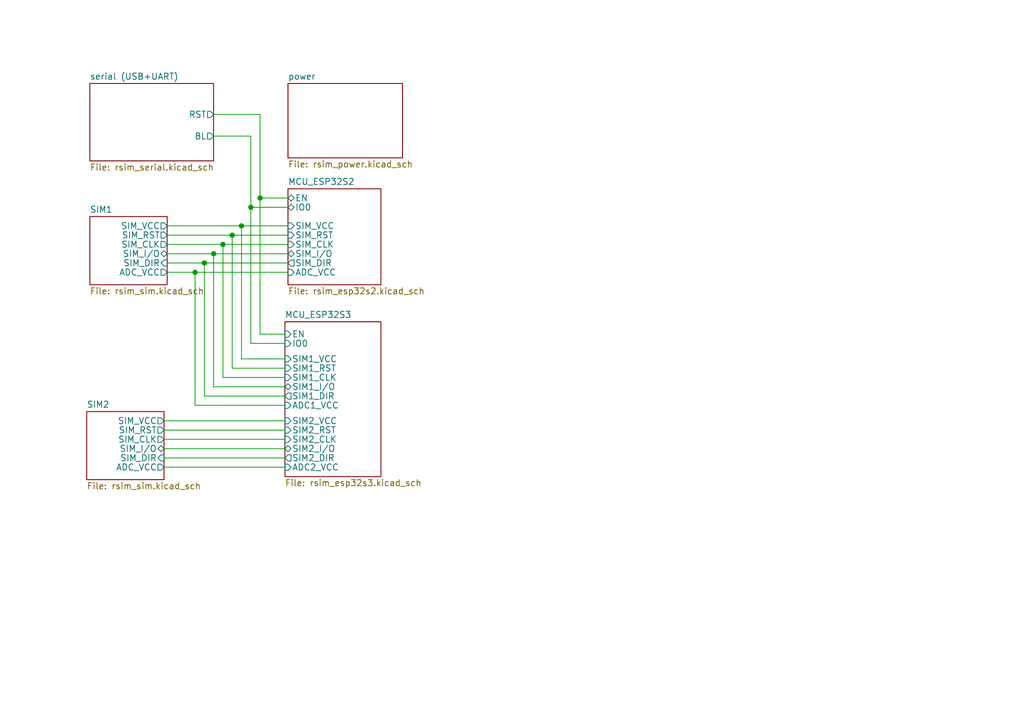
<source format=kicad_sch>
(kicad_sch (version 20230121) (generator eeschema)
  (paper "A5")
  (title_block (title "rSIM") (date "$date$") (rev "$version$.$revision$") (company "CuVoodoo") (comment 1 "King Kévin") (comment 2 "CERN-OHL-S") (comment 3 "overview"))
  (lib_symbols)
  (junction (at 41.91 53.975))
  (junction (at 51.435 42.545))
  (junction (at 49.53 46.355))
  (junction (at 47.625 48.26))
  (junction (at 53.34 40.64))
  (junction (at 45.72 50.165))
  (junction (at 43.815 52.07))
  (junction (at 40.005 55.88))
  (wire (pts (xy 49.53 46.355) (xy 49.53 73.66)))
  (wire (pts (xy 43.815 23.495) (xy 53.34 23.495)))
  (wire (pts (xy 40.005 83.185) (xy 58.42 83.185)))
  (wire (pts (xy 43.815 52.07) (xy 59.055 52.07)))
  (wire (pts (xy 33.655 90.17) (xy 58.42 90.17)))
  (wire (pts (xy 40.005 55.88) (xy 59.055 55.88)))
  (wire (pts (xy 59.055 42.545) (xy 51.435 42.545)))
  (wire (pts (xy 51.435 27.94) (xy 43.815 27.94)))
  (wire (pts (xy 34.29 55.88) (xy 40.005 55.88)))
  (wire (pts (xy 58.42 77.47) (xy 45.72 77.47)))
  (wire (pts (xy 43.815 79.375) (xy 43.815 52.07)))
  (wire (pts (xy 47.625 75.565) (xy 47.625 48.26)))
  (wire (pts (xy 58.42 81.28) (xy 41.91 81.28)))
  (wire (pts (xy 34.29 50.165) (xy 45.72 50.165)))
  (wire (pts (xy 34.29 48.26) (xy 47.625 48.26)))
  (wire (pts (xy 51.435 42.545) (xy 51.435 27.94)))
  (wire (pts (xy 33.655 93.98) (xy 58.42 93.98)))
  (wire (pts (xy 58.42 79.375) (xy 43.815 79.375)))
  (wire (pts (xy 53.34 40.64) (xy 53.34 68.58)))
  (wire (pts (xy 41.91 81.28) (xy 41.91 53.975)))
  (wire (pts (xy 51.435 70.485) (xy 58.42 70.485)))
  (wire (pts (xy 33.655 92.075) (xy 58.42 92.075)))
  (wire (pts (xy 34.29 46.355) (xy 49.53 46.355)))
  (wire (pts (xy 34.29 53.975) (xy 41.91 53.975)))
  (wire (pts (xy 49.53 73.66) (xy 58.42 73.66)))
  (wire (pts (xy 58.42 75.565) (xy 47.625 75.565)))
  (wire (pts (xy 53.34 40.64) (xy 59.055 40.64)))
  (wire (pts (xy 53.34 68.58) (xy 58.42 68.58)))
  (wire (pts (xy 33.655 88.265) (xy 58.42 88.265)))
  (wire (pts (xy 47.625 48.26) (xy 59.055 48.26)))
  (wire (pts (xy 34.29 52.07) (xy 43.815 52.07)))
  (wire (pts (xy 49.53 46.355) (xy 59.055 46.355)))
  (wire (pts (xy 45.72 77.47) (xy 45.72 50.165)))
  (wire (pts (xy 40.005 55.88) (xy 40.005 83.185)))
  (wire (pts (xy 33.655 95.885) (xy 58.42 95.885)))
  (wire (pts (xy 33.655 86.36) (xy 58.42 86.36)))
  (wire (pts (xy 41.91 53.975) (xy 59.055 53.975)))
  (wire (pts (xy 45.72 50.165) (xy 59.055 50.165)))
  (wire (pts (xy 51.435 42.545) (xy 51.435 70.485)))
  (wire (pts (xy 53.34 23.495) (xy 53.34 40.64)))
  (sheet (at 18.415 44.45) (size 15.875 13.97) (stroke (width 0.1524))
    (property "Sheetname" "SIM1" (at 18.415 43.7384 0) (effects (justify left bottom)))
    (property "Sheetfile" "rsim_sim.kicad_sch" (at 18.415 59.0046 0) (effects (justify left top)))
    (pin "SIM_RST" output (at 34.29 48.26 0))
    (pin "SIM_CLK" output (at 34.29 50.165 0))
    (pin "SIM_VCC" output (at 34.29 46.355 0))
    (pin "SIM_DIR" input (at 34.29 53.975 0))
    (pin "SIM_I{slash}O" bidirectional (at 34.29 52.07 0))
    (pin "ADC_VCC" output (at 34.29 55.88 0))
  )
  (sheet (at 58.42 66.04) (size 19.685 31.75) (stroke (width 0.1524))
    (property "Sheetname" "MCU_ESP32S3" (at 58.42 65.3284 0) (effects (justify left bottom)))
    (property "Sheetfile" "rsim_esp32s3.kicad_sch" (at 58.42 98.3746 0) (effects (justify left top)))
    (pin "SIM2_CLK" input (at 58.42 90.17 180))
    (pin "SIM2_DIR" output (at 58.42 93.98 180))
    (pin "SIM2_I{slash}O" bidirectional (at 58.42 92.075 180))
    (pin "SIM2_RST" input (at 58.42 88.265 180))
    (pin "SIM1_CLK" input (at 58.42 77.47 180))
    (pin "SIM1_RST" input (at 58.42 75.565 180))
    (pin "SIM2_VCC" input (at 58.42 86.36 180))
    (pin "SIM1_I{slash}O" bidirectional (at 58.42 79.375 180))
    (pin "ADC1_VCC" input (at 58.42 83.185 180))
    (pin "SIM1_DIR" output (at 58.42 81.28 180))
    (pin "SIM1_VCC" input (at 58.42 73.66 180))
    (pin "ADC2_VCC" input (at 58.42 95.885 180))
    (pin "EN" input (at 58.42 68.58 180))
    (pin "IO0" input (at 58.42 70.485 180))
  )
  (sheet (at 18.415 17.145) (size 25.4 15.875) (stroke (width 0.1524))
    (property "Sheetname" "serial (USB+UART)" (at 18.415 16.4334 0) (effects (justify left bottom)))
    (property "Sheetfile" "rsim_serial.kicad_sch" (at 18.415 33.6046 0) (effects (justify left top)))
    (pin "RST" output (at 43.815 23.495 0))
    (pin "BL" output (at 43.815 27.94 0))
  )
  (sheet (at 59.055 38.735) (size 19.05 19.685) (stroke (width 0.1524))
    (property "Sheetname" "MCU_ESP32S2" (at 59.055 38.0234 0) (effects (justify left bottom)))
    (property "Sheetfile" "rsim_esp32s2.kicad_sch" (at 59.055 59.0046 0) (effects (justify left top)))
    (pin "SIM_I{slash}O" bidirectional (at 59.055 52.07 180))
    (pin "SIM_DIR" output (at 59.055 53.975 180))
    (pin "SIM_RST" input (at 59.055 48.26 180))
    (pin "SIM_CLK" input (at 59.055 50.165 180))
    (pin "SIM_VCC" input (at 59.055 46.355 180))
    (pin "ADC_VCC" input (at 59.055 55.88 180))
    (pin "IO0" bidirectional (at 59.055 42.545 180))
    (pin "EN" bidirectional (at 59.055 40.64 180))
  )
  (sheet (at 59.055 17.145) (size 23.495 15.24) (stroke (width 0.1524))
    (property "Sheetname" "power" (at 59.055 16.4334 0) (effects (justify left bottom)))
    (property "Sheetfile" "rsim_power.kicad_sch" (at 59.055 32.9696 0) (effects (justify left top)))
  )
  (sheet (at 17.78 84.455) (size 15.875 13.97) (stroke (width 0.1524))
    (property "Sheetname" "SIM2" (at 17.78 83.7434 0) (effects (justify left bottom)))
    (property "Sheetfile" "rsim_sim.kicad_sch" (at 17.78 99.0096 0) (effects (justify left top)))
    (pin "SIM_RST" output (at 33.655 88.265 0))
    (pin "SIM_CLK" output (at 33.655 90.17 0))
    (pin "SIM_VCC" output (at 33.655 86.36 0))
    (pin "SIM_I{slash}O" bidirectional (at 33.655 92.075 0))
    (pin "SIM_DIR" input (at 33.655 93.98 0))
    (pin "ADC_VCC" output (at 33.655 95.885 0))
  )
)
</source>
